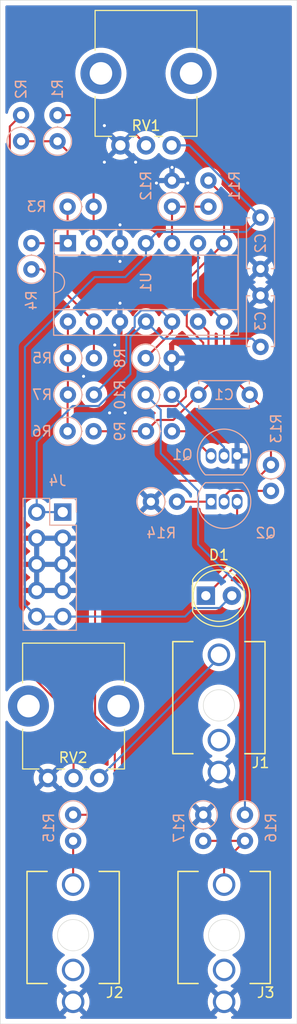
<source format=kicad_pcb>
(kicad_pcb (version 20240108) (generator "pcbnew") (generator_version "8.0")
  (layers (0 "F.Cu" signal) (31 "B.Cu" signal) (36 "B.SilkS" user "B.Silkscreen") (37 "F.SilkS" user "F.Silkscreen") (38 "B.Mask" user) (39 "F.Mask" user) (44 "Edge.Cuts" user))
  (net 0 "")
  (net 1 "LED")
  (net 2 "+12V")
  (net 3 "GND")
  (net 4 "-12V")
  (net 5 "Net-(D1-K)")
  (net 6 "Net-(J1-Pad3)")
  (net 8 "TRI_OUT")
  (net 11 "SQR_OUT")
  (net 12 "Net-(Q1-C)")
  (net 13 "Net-(Q1-B)")
  (net 14 "Net-(Q2-E)")
  (net 15 "Net-(Q2-B)")
  (net 16 "Net-(U1A--)")
  (net 17 "Net-(U1C-+)")
  (net 18 "Net-(R10-Pad1)")
  (net 19 "Net-(R5-Pad1)")
  (net 20 "Net-(R1-Pad2)")
  (net 21 "Net-(U1C--)")
  (net 22 "Net-(U1D--)")
  (net 23 "Net-(U1B-+)")
  (net 24 "Net-(R3-Pad1)")
  (net 25 "Net-(R2-Pad2)")
  (footprint "LED_THT:LED_D5.0mm" (layer "F.Cu") (at 121.661 93.472)
    (property "Reference" "D1" (at 1.27 -3.96 0) (layer "F.SilkS"))
    (property "Value" "LED" (hide yes))
    (fp_line (start -1.29 -1.545) (end -1.29 1.545) (stroke (width 0.12)) (layer "F.SilkS"))
    (fp_arc (start -1.29 -1.54483) (mid 2.071756 -2.880501) (end 4.26 -0.000048) (stroke (width 0.12)) (layer "F.SilkS"))
    (fp_arc (start 4.26 0.000048) (mid 2.071756 2.880501) (end -1.29 1.54483) (stroke (width 0.12)) (layer "F.SilkS"))
    (fp_circle (center 1.27 0) (end 3.77 0) (stroke (width 0.12)) (fill none) (layer "F.SilkS"))
    (pad "1" thru_hole rect (at 0 0) (size 1.8 1.8) (drill 0.9) (layers "*.Cu" "*.Mask") (net 5 "Net-(D1-K)"))
    (pad "2" thru_hole circle (at 2.54 0) (size 1.8 1.8) (drill 0.9) (layers "*.Cu" "*.Mask") (net 2 "+12V"))
  )
  (footprint "Potentiometer_THT:Potentiometer_Bourns_PTV09A-1_Single_Vertical" (layer "F.Cu") (at 118.324 49.672 90)
    (property "Reference" "RV1" (at 1.92 -2.5 180) (layer "F.SilkS"))
    (property "Value" "Speed")
    (fp_line (start 13.12 -7.47) (end 13.12 2.47) (stroke (width 0.12)) (layer "F.SilkS"))
    (fp_line (start 9.255 -7.47) (end 13.12 -7.47) (stroke (width 0.12)) (layer "F.SilkS"))
    (fp_line (start 0.88 -7.47) (end 4.745 -7.47) (stroke (width 0.12)) (layer "F.SilkS"))
    (fp_line (start 0.88 -7.47) (end 0.88 -5.871) (stroke (width 0.12)) (layer "F.SilkS"))
    (fp_line (start 0.88 -4.129) (end 0.88 -3.37) (stroke (width 0.12)) (layer "F.SilkS"))
    (fp_line (start 0.88 -1.629) (end 0.88 -0.87) (stroke (width 0.12)) (layer "F.SilkS"))
    (fp_line (start 0.88 0.87) (end 0.88 2.47) (stroke (width 0.12)) (layer "F.SilkS"))
    (fp_line (start 9.255 2.47) (end 13.12 2.47) (stroke (width 0.12)) (layer "F.SilkS"))
    (fp_line (start 0.88 2.47) (end 4.745 2.47) (stroke (width 0.12)) (layer "F.SilkS"))
    (pad "" np_thru_hole circle (at 7 -6.9 90) (size 4 4) (drill 2.2) (layers "*.Cu" "*.Mask"))
    (pad "" np_thru_hole circle (at 7 1.9 90) (size 4 4) (drill 2.2) (layers "*.Cu" "*.Mask"))
    (pad "1" thru_hole circle (at 0 0 90) (size 1.8 1.8) (drill 1) (layers "*.Cu" "*.Mask") (net 2 "+12V"))
    (pad "2" thru_hole circle (at 0 -2.5 90) (size 1.8 1.8) (drill 1) (layers "*.Cu" "*.Mask") (net 20 "Net-(R1-Pad2)"))
    (pad "3" thru_hole circle (at 0 -5 90) (size 1.8 1.8) (drill 1) (layers "*.Cu" "*.Mask") (net 3 "GND"))
  )
  (footprint "Eurocad:PJ301M-12" (layer "F.Cu") (at 122.936 104.14)
    (property "Reference" "J1" (at 4.064 5.588 0) (layer "F.SilkS"))
    (property "Value" "Speed" (hide yes))
    (fp_line (start -4.5 -6.2) (end -4.5 4.7) (stroke (width 0.15)) (layer "F.SilkS"))
    (fp_line (start -4.5 -6.2) (end -2.54 -6.2) (stroke (width 0.15)) (layer "F.SilkS"))
    (fp_line (start -4.5 4.7) (end -2.54 4.7) (stroke (width 0.15)) (layer "F.SilkS"))
    (fp_line (start 2.54 -6.2) (end 4.5 -6.2) (stroke (width 0.15)) (layer "F.SilkS"))
    (fp_line (start 2.54 4.7) (end 4.5 4.7) (stroke (width 0.15)) (layer "F.SilkS"))
    (fp_line (start 4.5 -6.2) (end 4.5 4.7) (stroke (width 0.15)) (layer "F.SilkS"))
    (pad "1" thru_hole circle (at 0 6.48) (size 2.2 2.2) (drill 1.6) (layers "*.Cu" "*.Mask") (net 3 "GND"))
    (pad "2" thru_hole circle (at 0 3.38) (size 2.2 2.2) (drill 1.6) (layers "*.Cu" "*.Mask"))
    (pad "3" thru_hole circle (at 0 -4.92) (size 2.2 2.2) (drill 1.6) (layers "*.Cu" "*.Mask") (net 6 "Net-(J1-Pad3)"))
  )
  (footprint "Potentiometer_THT:Potentiometer_Bourns_PTV09A-1_Single_Vertical" (layer "F.Cu") (at 111.252 111.206 90)
    (property "Reference" "RV2" (at 1.986 -2.54 180) (layer "F.SilkS"))
    (property "Value" "CV Amount" (hide yes))
    (fp_line (start 13.12 -7.47) (end 13.12 2.47) (stroke (width 0.12)) (layer "F.SilkS"))
    (fp_line (start 9.255 -7.47) (end 13.12 -7.47) (stroke (width 0.12)) (layer "F.SilkS"))
    (fp_line (start 0.88 -7.47) (end 4.745 -7.47) (stroke (width 0.12)) (layer "F.SilkS"))
    (fp_line (start 0.88 -7.47) (end 0.88 -5.871) (stroke (width 0.12)) (layer "F.SilkS"))
    (fp_line (start 0.88 -4.129) (end 0.88 -3.37) (stroke (width 0.12)) (layer "F.SilkS"))
    (fp_line (start 0.88 -1.629) (end 0.88 -0.87) (stroke (width 0.12)) (layer "F.SilkS"))
    (fp_line (start 0.88 0.87) (end 0.88 2.47) (stroke (width 0.12)) (layer "F.SilkS"))
    (fp_line (start 9.255 2.47) (end 13.12 2.47) (stroke (width 0.12)) (layer "F.SilkS"))
    (fp_line (start 0.88 2.47) (end 4.745 2.47) (stroke (width 0.12)) (layer "F.SilkS"))
    (pad "" np_thru_hole circle (at 7 -6.9 90) (size 4 4) (drill 2.2) (layers "*.Cu" "*.Mask"))
    (pad "" np_thru_hole circle (at 7 1.9 90) (size 4 4) (drill 2.2) (layers "*.Cu" "*.Mask"))
    (pad "1" thru_hole circle (at 0 0 90) (size 1.8 1.8) (drill 1) (layers "*.Cu" "*.Mask") (net 6 "Net-(J1-Pad3)"))
    (pad "2" thru_hole circle (at 0 -2.5 90) (size 1.8 1.8) (drill 1) (layers "*.Cu" "*.Mask") (net 25 "Net-(R2-Pad2)"))
    (pad "3" thru_hole circle (at 0 -5 90) (size 1.8 1.8) (drill 1) (layers "*.Cu" "*.Mask") (net 3 "GND"))
  )
  (footprint "Eurocad:PJ301M-12" (layer "F.Cu") (at 108.712 126.492)
    (property "Reference" "J2" (at 4.064 5.588 0) (layer "F.SilkS"))
    (property "Value" "TRI OUT")
    (fp_line (start -4.5 -6.2) (end -4.5 4.7) (stroke (width 0.15)) (layer "F.SilkS"))
    (fp_line (start -4.5 -6.2) (end -2.54 -6.2) (stroke (width 0.15)) (layer "F.SilkS"))
    (fp_line (start -4.5 4.7) (end -2.54 4.7) (stroke (width 0.15)) (layer "F.SilkS"))
    (fp_line (start 2.54 -6.2) (end 4.5 -6.2) (stroke (width 0.15)) (layer "F.SilkS"))
    (fp_line (start 2.54 4.7) (end 4.5 4.7) (stroke (width 0.15)) (layer "F.SilkS"))
    (fp_line (start 4.5 -6.2) (end 4.5 4.7) (stroke (width 0.15)) (layer "F.SilkS"))
    (pad "1" thru_hole circle (at 0 6.48) (size 2.2 2.2) (drill 1.6) (layers "*.Cu" "*.Mask") (net 3 "GND"))
    (pad "2" thru_hole circle (at 0 3.38) (size 2.2 2.2) (drill 1.6) (layers "*.Cu" "*.Mask"))
    (pad "3" thru_hole circle (at 0 -4.92) (size 2.2 2.2) (drill 1.6) (layers "*.Cu" "*.Mask") (net 8 "TRI_OUT"))
  )
  (footprint "Eurocad:PJ301M-12" (layer "F.Cu") (at 123.444 126.492)
    (property "Reference" "J3" (at 4.064 5.588 0) (layer "F.SilkS"))
    (property "Value" "SQR OUT")
    (fp_line (start -4.5 -6.2) (end -4.5 4.7) (stroke (width 0.15)) (layer "F.SilkS"))
    (fp_line (start -4.5 -6.2) (end -2.54 -6.2) (stroke (width 0.15)) (layer "F.SilkS"))
    (fp_line (start -4.5 4.7) (end -2.54 4.7) (stroke (width 0.15)) (layer "F.SilkS"))
    (fp_line (start 2.54 -6.2) (end 4.5 -6.2) (stroke (width 0.15)) (layer "F.SilkS"))
    (fp_line (start 2.54 4.7) (end 4.5 4.7) (stroke (width 0.15)) (layer "F.SilkS"))
    (fp_line (start 4.5 -6.2) (end 4.5 4.7) (stroke (width 0.15)) (layer "F.SilkS"))
    (pad "1" thru_hole circle (at 0 6.48) (size 2.2 2.2) (drill 1.6) (layers "*.Cu" "*.Mask") (net 3 "GND"))
    (pad "2" thru_hole circle (at 0 3.38) (size 2.2 2.2) (drill 1.6) (layers "*.Cu" "*.Mask"))
    (pad "3" thru_hole circle (at 0 -4.92) (size 2.2 2.2) (drill 1.6) (layers "*.Cu" "*.Mask") (net 11 "SQR_OUT"))
  )
  (footprint "Capacitor_THT:C_Disc_D4.7mm_W2.5mm_P5.00mm" (layer "B.Cu") (at 126.995 64.272 -90)
    (property "Reference" "C3" (at 2.5 0 90) (layer "B.SilkS") (effects (justify mirror)))
    (property "Value" "100n" (hide yes))
    (fp_line (start 4.97 1.37) (end 0.03 1.37) (stroke (width 0.12)) (layer "B.SilkS"))
    (fp_line (start 0.03 1.055) (end 0.03 1.37) (stroke (width 0.12)) (layer "B.SilkS"))
    (fp_line (start 4.97 1.055) (end 4.97 1.37) (stroke (width 0.12)) (layer "B.SilkS"))
    (fp_line (start 0.03 -1.37) (end 0.03 -1.055) (stroke (width 0.12)) (layer "B.SilkS"))
    (fp_line (start 4.97 -1.37) (end 4.97 -1.055) (stroke (width 0.12)) (layer "B.SilkS"))
    (fp_line (start 4.97 -1.37) (end 0.03 -1.37) (stroke (width 0.12)) (layer "B.SilkS"))
    (pad "1" thru_hole circle (at 0 0 270) (size 1.6 1.6) (drill 0.8) (layers "*.Cu" "*.Mask") (net 3 "GND"))
    (pad "2" thru_hole circle (at 5 0 270) (size 1.6 1.6) (drill 0.8) (layers "*.Cu" "*.Mask") (net 4 "-12V"))
  )
  (footprint "Resistor_THT:R_Axial_DIN0207_L6.3mm_D2.5mm_P2.54mm_Vertical" (layer "B.Cu") (at 118.359 55.636 90)
    (property "Reference" "R12" (at 2.032 -2.54 90) (layer "B.SilkS") (effects (justify mirror)))
    (property "Value" "47K" (hide yes))
    (fp_line (start 1.44 0) (end 1.37 0) (stroke (width 0.12)) (layer "B.SilkS"))
    (fp_circle (center 0 0) (end 1.37 0) (stroke (width 0.12)) (fill none) (layer "B.SilkS"))
    (pad "1" thru_hole circle (at 0 0 90) (size 1.6 1.6) (drill 0.8) (layers "*.Cu" "*.Mask") (net 23 "Net-(U1B-+)"))
    (pad "2" thru_hole oval (at 2.54 0 90) (size 1.6 1.6) (drill 0.8) (layers "*.Cu" "*.Mask") (net 3 "GND"))
  )
  (footprint "Resistor_THT:R_Axial_DIN0207_L6.3mm_D2.5mm_P2.54mm_Vertical" (layer "B.Cu") (at 128.016 80.743 -90)
    (property "Reference" "R13" (at -3.527 -0.508 90) (layer "B.SilkS") (effects (justify mirror)))
    (property "Value" "10K" (hide yes))
    (fp_line (start 1.44 0) (end 1.37 0) (stroke (width 0.12)) (layer "B.SilkS"))
    (fp_circle (center 0 0) (end 1.37 0) (stroke (width 0.12)) (fill none) (layer "B.SilkS"))
    (pad "1" thru_hole circle (at 0 0 270) (size 1.6 1.6) (drill 0.8) (layers "*.Cu" "*.Mask") (net 1 "LED"))
    (pad "2" thru_hole oval (at 2.54 0 270) (size 1.6 1.6) (drill 0.8) (layers "*.Cu" "*.Mask") (net 15 "Net-(Q2-B)"))
  )
  (footprint "Package_TO_SOT_THT:TO-92_Inline" (layer "B.Cu") (at 124.709 79.872 180)
    (property "Reference" "Q1" (at 5.329 0.116 0) (layer "B.SilkS") (effects (justify mirror)))
    (property "Value" "2N3904" (hide yes))
    (fp_line (start 3.07 -1.85) (end -0.53 -1.85) (stroke (width 0.12)) (layer "B.SilkS"))
    (fp_arc (start 3.108478 -1.838478) (mid 3.672087 0.994977) (end 1.27 2.6) (stroke (width 0.12)) (layer "B.SilkS"))
    (fp_arc (start 1.27 2.6) (mid -1.132087 0.994977) (end -0.568478 -1.838478) (stroke (width 0.12)) (layer "B.SilkS"))
    (pad "1" thru_hole rect (at 0 0 180) (size 1.05 1.5) (drill 0.75) (layers "*.Cu" "*.Mask") (net 3 "GND"))
    (pad "2" thru_hole oval (at 1.27 0 180) (size 1.05 1.5) (drill 0.75) (layers "*.Cu" "*.Mask") (net 13 "Net-(Q1-B)"))
    (pad "3" thru_hole oval (at 2.54 0 180) (size 1.05 1.5) (drill 0.75) (layers "*.Cu" "*.Mask") (net 12 "Net-(Q1-C)"))
  )
  (footprint "Resistor_THT:R_Axial_DIN0207_L6.3mm_D2.5mm_P2.54mm_Vertical" (layer "B.Cu") (at 125.476 114.779 -90)
    (property "Reference" "R16" (at 1.27 -2.54 90) (layer "B.SilkS") (effects (justify mirror)))
    (property "Value" "100K" (hide yes))
    (fp_line (start 1.44 0) (end 1.37 0) (stroke (width 0.12)) (layer "B.SilkS"))
    (fp_circle (center 0 0) (end 1.37 0) (stroke (width 0.12)) (fill none) (layer "B.SilkS"))
    (pad "1" thru_hole circle (at 0 0 270) (size 1.6 1.6) (drill 0.8) (layers "*.Cu" "*.Mask") (net 18 "Net-(R10-Pad1)"))
    (pad "2" thru_hole oval (at 2.54 0 270) (size 1.6 1.6) (drill 0.8) (layers "*.Cu" "*.Mask") (net 11 "SQR_OUT"))
  )
  (footprint "Resistor_THT:R_Axial_DIN0207_L6.3mm_D2.5mm_P2.54mm_Vertical" (layer "B.Cu") (at 115.79 73.924)
    (property "Reference" "R10" (at -2.511 0 90) (layer "B.SilkS") (effects (justify mirror)))
    (property "Value" "10K" (hide yes))
    (fp_line (start 1.44 0) (end 1.37 0) (stroke (width 0.12)) (layer "B.SilkS"))
    (fp_circle (center 0 0) (end 1.37 0) (stroke (width 0.12)) (fill none) (layer "B.SilkS"))
    (pad "1" thru_hole circle (at 0 0) (size 1.6 1.6) (drill 0.8) (layers "*.Cu" "*.Mask") (net 18 "Net-(R10-Pad1)"))
    (pad "2" thru_hole oval (at 2.54 0) (size 1.6 1.6) (drill 0.8) (layers "*.Cu" "*.Mask") (net 13 "Net-(Q1-B)"))
  )
  (footprint "Capacitor_THT:C_Disc_D4.7mm_W2.5mm_P5.00mm" (layer "B.Cu") (at 120.939 73.924)
    (property "Reference" "C1" (at 2.5 0 0) (layer "B.SilkS") (effects (justify mirror)))
    (property "Value" "100n" (hide yes))
    (fp_line (start 0.03 -1.37) (end 0.03 -1.055) (stroke (width 0.12)) (layer "B.SilkS"))
    (fp_line (start 0.03 1.055) (end 0.03 1.37) (stroke (width 0.12)) (layer "B.SilkS"))
    (fp_line (start 4.97 -1.37) (end 0.03 -1.37) (stroke (width 0.12)) (layer "B.SilkS"))
    (fp_line (start 4.97 -1.37) (end 4.97 -1.055) (stroke (width 0.12)) (layer "B.SilkS"))
    (fp_line (start 4.97 1.055) (end 4.97 1.37) (stroke (width 0.12)) (layer "B.SilkS"))
    (fp_line (start 4.97 1.37) (end 0.03 1.37) (stroke (width 0.12)) (layer "B.SilkS"))
    (pad "1" thru_hole circle (at 0 0) (size 1.6 1.6) (drill 0.8) (layers "*.Cu" "*.Mask") (net 21 "Net-(U1C--)"))
    (pad "2" thru_hole circle (at 5 0) (size 1.6 1.6) (drill 0.8) (layers "*.Cu" "*.Mask") (net 1 "LED"))
  )
  (footprint "Connector_PinHeader_2.54mm:PinHeader_2x05_P2.54mm_Vertical" (layer "B.Cu") (at 107.696 85.344 180)
    (property "Reference" "J4" (at 0.508 3.048 0) (layer "B.SilkS") (effects (justify mirror)))
    (property "Value" "EURO_POWER" (hide yes))
    (fp_line (start 3.87 1.33) (end 1.27 1.33) (stroke (width 0.12)) (layer "B.SilkS"))
    (fp_line (start 3.87 -11.49) (end 3.87 1.33) (stroke (width 0.12)) (layer "B.SilkS"))
    (fp_line (start 3.87 -11.49) (end -1.33 -11.49) (stroke (width 0.12)) (layer "B.SilkS"))
    (fp_line (start 1.27 1.33) (end 1.27 -1.27) (stroke (width 0.12)) (layer "B.SilkS"))
    (fp_line (start 1.27 -1.27) (end -1.33 -1.27) (stroke (width 0.12)) (layer "B.SilkS"))
    (fp_line (start 0 1.33) (end -1.33 1.33) (stroke (width 0.12)) (layer "B.SilkS"))
    (fp_line (start -1.33 1.33) (end -1.33 0) (stroke (width 0.12)) (layer "B.SilkS"))
    (fp_line (start -1.33 -11.49) (end -1.33 -1.27) (stroke (width 0.12)) (layer "B.SilkS"))
    (pad "1" thru_hole rect (at 0 0 180) (size 1.7 1.7) (drill 1) (layers "*.Cu" "*.Mask") (net 4 "-12V"))
    (pad "2" thru_hole oval (at 2.54 0 180) (size 1.7 1.7) (drill 1) (layers "*.Cu" "*.Mask") (net 4 "-12V"))
    (pad "3" thru_hole oval (at 0 -2.54 180) (size 1.7 1.7) (drill 1) (layers "*.Cu" "*.Mask") (net 3 "GND"))
    (pad "4" thru_hole oval (at 2.54 -2.54 180) (size 1.7 1.7) (drill 1) (layers "*.Cu" "*.Mask") (net 3 "GND"))
    (pad "5" thru_hole oval (at 0 -5.08 180) (size 1.7 1.7) (drill 1) (layers "*.Cu" "*.Mask") (net 3 "GND"))
    (pad "6" thru_hole oval (at 2.54 -5.08 180) (size 1.7 1.7) (drill 1) (layers "*.Cu" "*.Mask") (net 3 "GND"))
    (pad "7" thru_hole oval (at 0 -7.62 180) (size 1.7 1.7) (drill 1) (layers "*.Cu" "*.Mask") (net 3 "GND"))
    (pad "8" thru_hole oval (at 2.54 -7.62 180) (size 1.7 1.7) (drill 1) (layers "*.Cu" "*.Mask") (net 3 "GND"))
    (pad "9" thru_hole oval (at 0 -10.16 180) (size 1.7 1.7) (drill 1) (layers "*.Cu" "*.Mask") (net 2 "+12V"))
    (pad "10" thru_hole oval (at 2.54 -10.16 180) (size 1.7 1.7) (drill 1) (layers "*.Cu" "*.Mask") (net 2 "+12V"))
  )
  (footprint "Resistor_THT:R_Axial_DIN0207_L6.3mm_D2.5mm_P2.54mm_Vertical" (layer "B.Cu") (at 115.819 77.48)
    (property "Reference" "R9" (at -2.54 0 90) (layer "B.SilkS") (effects (justify mirror)))
    (property "Value" "47K" (hide yes))
    (fp_line (start 1.44 0) (end 1.37 0) (stroke (width 0.12)) (layer "B.SilkS"))
    (fp_circle (center 0 0) (end 1.37 0) (stroke (width 0.12)) (fill none) (layer "B.SilkS"))
    (pad "1" thru_hole circle (at 0 0) (size 1.6 1.6) (drill 0.8) (layers "*.Cu" "*.Mask") (net 21 "Net-(U1C--)"))
    (pad "2" thru_hole oval (at 2.54 0) (size 1.6 1.6) (drill 0.8) (layers "*.Cu" "*.Mask") (net 12 "Net-(Q1-C)"))
  )
  (footprint "Resistor_THT:R_Axial_DIN0207_L6.3mm_D2.5mm_P2.54mm_Vertical" (layer "B.Cu") (at 121.915 55.636 90)
    (property "Reference" "R11" (at 2.032 2.54 90) (layer "B.SilkS") (effects (justify mirror)))
    (property "Value" "47K" (hide yes))
    (fp_line (start 1.44 0) (end 1.37 0) (stroke (width 0.12)) (layer "B.SilkS"))
    (fp_circle (center 0 0) (end 1.37 0) (stroke (width 0.12)) (fill none) (layer "B.SilkS"))
    (pad "1" thru_hole circle (at 0 0 90) (size 1.6 1.6) (drill 0.8) (layers "*.Cu" "*.Mask") (net 23 "Net-(U1B-+)"))
    (pad "2" thru_hole oval (at 2.54 0 90) (size 1.6 1.6) (drill 0.8) (layers "*.Cu" "*.Mask") (net 18 "Net-(R10-Pad1)"))
  )
  (footprint "Capacitor_THT:C_Disc_D4.7mm_W2.5mm_P5.00mm" (layer "B.Cu") (at 126.995 56.692 -90)
    (property "Reference" "C2" (at 2.5 0 90) (layer "B.SilkS") (effects (justify mirror)))
    (property "Value" "100n" (hide yes))
    (fp_line (start 4.97 1.37) (end 0.03 1.37) (stroke (width 0.12)) (layer "B.SilkS"))
    (fp_line (start 0.03 1.055) (end 0.03 1.37) (stroke (width 0.12)) (layer "B.SilkS"))
    (fp_line (start 4.97 1.055) (end 4.97 1.37) (stroke (width 0.12)) (layer "B.SilkS"))
    (fp_line (start 0.03 -1.37) (end 0.03 -1.055) (stroke (width 0.12)) (layer "B.SilkS"))
    (fp_line (start 4.97 -1.37) (end 4.97 -1.055) (stroke (width 0.12)) (layer "B.SilkS"))
    (fp_line (start 4.97 -1.37) (end 0.03 -1.37) (stroke (width 0.12)) (layer "B.SilkS"))
    (pad "1" thru_hole circle (at 0 0 270) (size 1.6 1.6) (drill 0.8) (layers "*.Cu" "*.Mask") (net 2 "+12V"))
    (pad "2" thru_hole circle (at 5 0 270) (size 1.6 1.6) (drill 0.8) (layers "*.Cu" "*.Mask") (net 3 "GND"))
  )
  (footprint "Resistor_THT:R_Axial_DIN0207_L6.3mm_D2.5mm_P2.54mm_Vertical" (layer "B.Cu") (at 108.199 73.924)
    (property "Reference" "R7" (at -2.511 0 0) (layer "B.SilkS") (effects (justify mirror)))
    (property "Value" "47K" (hide yes))
    (fp_line (start 1.44 0) (end 1.37 0) (stroke (width 0.12)) (layer "B.SilkS"))
    (fp_circle (center 0 0) (end 1.37 0) (stroke (width 0.12)) (fill none) (layer "B.SilkS"))
    (pad "1" thru_hole circle (at 0 0) (size 1.6 1.6) (drill 0.8) (layers "*.Cu" "*.Mask") (net 19 "Net-(R5-Pad1)"))
    (pad "2" thru_hole oval (at 2.54 0) (size 1.6 1.6) (drill 0.8) (layers "*.Cu" "*.Mask") (net 17 "Net-(U1C-+)"))
  )
  (footprint "Resistor_THT:R_Axial_DIN0207_L6.3mm_D2.5mm_P2.54mm_Vertical" (layer "B.Cu") (at 108.17 55.636)
    (property "Reference" "R3" (at -3.019 0 0) (layer "B.SilkS") (effects (justify mirror)))
    (property "Value" "100K" (hide yes))
    (fp_line (start 1.44 0) (end 1.37 0) (stroke (width 0.12)) (layer "B.SilkS"))
    (fp_circle (center 0 0) (end 1.37 0) (stroke (width 0.12)) (fill none) (layer "B.SilkS"))
    (pad "1" thru_hole circle (at 0 0) (size 1.6 1.6) (drill 0.8) (layers "*.Cu" "*.Mask") (net 24 "Net-(R3-Pad1)"))
    (pad "2" thru_hole oval (at 2.54 0) (size 1.6 1.6) (drill 0.8) (layers "*.Cu" "*.Mask") (net 16 "Net-(U1A--)"))
  )
  (footprint "Resistor_THT:R_Axial_DIN0207_L6.3mm_D2.5mm_P2.54mm_Vertical" (layer "B.Cu") (at 108.17 77.48)
    (property "Reference" "R6" (at -2.511 0 0) (layer "B.SilkS") (effects (justify mirror)))
    (property "Value" "100K" (hide yes))
    (fp_line (start 1.44 0) (end 1.37 0) (stroke (width 0.12)) (layer "B.SilkS"))
    (fp_circle (center 0 0) (end 1.37 0) (stroke (width 0.12)) (fill none) (layer "B.SilkS"))
    (pad "1" thru_hole circle (at 0 0) (size 1.6 1.6) (drill 0.8) (layers "*.Cu" "*.Mask") (net 19 "Net-(R5-Pad1)"))
    (pad "2" thru_hole oval (at 2.54 0) (size 1.6 1.6) (drill 0.8) (layers "*.Cu" "*.Mask") (net 21 "Net-(U1C--)"))
  )
  (footprint "Resistor_THT:R_Axial_DIN0207_L6.3mm_D2.5mm_P2.54mm_Vertical" (layer "B.Cu") (at 108.199 70.368)
    (property "Reference" "R5" (at -2.511 0 0) (layer "B.SilkS") (effects (justify mirror)))
    (property "Value" "100K" (hide yes))
    (fp_line (start 1.44 0) (end 1.37 0) (stroke (width 0.12)) (layer "B.SilkS"))
    (fp_circle (center 0 0) (end 1.37 0) (stroke (width 0.12)) (fill none) (layer "B.SilkS"))
    (pad "1" thru_hole circle (at 0 0) (size 1.6 1.6) (drill 0.8) (layers "*.Cu" "*.Mask") (net 19 "Net-(R5-Pad1)"))
    (pad "2" thru_hole oval (at 2.54 0) (size 1.6 1.6) (drill 0.8) (layers "*.Cu" "*.Mask") (net 22 "Net-(U1D--)"))
  )
  (footprint "Resistor_THT:R_Axial_DIN0207_L6.3mm_D2.5mm_P2.54mm_Vertical" (layer "B.Cu") (at 108.712 114.779 -90)
    (property "Reference" "R15" (at 1.27 2.37 90) (layer "B.SilkS") (effects (justify mirror)))
    (property "Value" "1K" (hide yes))
    (fp_line (start 1.44 0) (end 1.37 0) (stroke (width 0.12)) (layer "B.SilkS"))
    (fp_circle (center 0 0) (end 1.37 0) (stroke (width 0.12)) (fill none) (layer "B.SilkS"))
    (pad "1" thru_hole circle (at 0 0 270) (size 1.6 1.6) (drill 0.8) (layers "*.Cu" "*.Mask") (net 1 "LED"))
    (pad "2" thru_hole oval (at 2.54 0 270) (size 1.6 1.6) (drill 0.8) (layers "*.Cu" "*.Mask") (net 8 "TRI_OUT"))
  )
  (footprint "Resistor_THT:R_Axial_DIN0207_L6.3mm_D2.5mm_P2.54mm_Vertical" (layer "B.Cu") (at 116.303 84.328)
    (property "Reference" "R14" (at 1.016 3.048 0) (layer "B.SilkS") (effects (justify mirror)))
    (property "Value" "1K" (hide yes))
    (fp_line (start 1.44 0) (end 1.37 0) (stroke (width 0.12)) (layer "B.SilkS"))
    (fp_circle (center 0 0) (end 1.37 0) (stroke (width 0.12)) (fill none) (layer "B.SilkS"))
    (pad "1" thru_hole circle (at 0 0) (size 1.6 1.6) (drill 0.8) (layers "*.Cu" "*.Mask") (net 3 "GND"))
    (pad "2" thru_hole oval (at 2.54 0) (size 1.6 1.6) (drill 0.8) (layers "*.Cu" "*.Mask") (net 14 "Net-(Q2-E)"))
  )
  (footprint "Resistor_THT:R_Axial_DIN0207_L6.3mm_D2.5mm_P2.54mm_Vertical" (layer "B.Cu") (at 121.412 114.779 -90)
    (property "Reference" "R17" (at 1.27 2.37 90) (layer "B.SilkS") (effects (justify mirror)))
    (property "Value" "100K" (hide yes))
    (fp_line (start 1.44 0) (end 1.37 0) (stroke (width 0.12)) (layer "B.SilkS"))
    (fp_circle (center 0 0) (end 1.37 0) (stroke (width 0.12)) (fill none) (layer "B.SilkS"))
    (pad "1" thru_hole circle (at 0 0 270) (size 1.6 1.6) (drill 0.8) (layers "*.Cu" "*.Mask") (net 3 "GND"))
    (pad "2" thru_hole oval (at 2.54 0 270) (size 1.6 1.6) (drill 0.8) (layers "*.Cu" "*.Mask") (net 11 "SQR_OUT"))
  )
  (footprint "Resistor_THT:R_Axial_DIN0207_L6.3mm_D2.5mm_P2.54mm_Vertical" (layer "B.Cu") (at 107.188 49.276 90)
    (property "Reference" "R1" (at 5.08 0 90) (layer "B.SilkS") (effects (justify mirror)))
    (property "Value" "100K" (hide yes))
    (fp_line (start 1.44 0) (end 1.37 0) (stroke (width 0.12)) (layer "B.SilkS"))
    (fp_circle (center 0 0) (end 1.37 0) (stroke (width 0.12)) (fill none) (layer "B.SilkS"))
    (pad "1" thru_hole circle (at 0 0 90) (size 1.6 1.6) (drill 0.8) (layers "*.Cu" "*.Mask") (net 16 "Net-(U1A--)"))
    (pad "2" thru_hole oval (at 2.54 0 90) (size 1.6 1.6) (drill 0.8) (layers "*.Cu" "*.Mask") (net 20 "Net-(R1-Pad2)"))
  )
  (footprint "Resistor_THT:R_Axial_DIN0207_L6.3mm_D2.5mm_P2.54mm_Vertical" (layer "B.Cu") (at 103.632 49.276 90)
    (property "Reference" "R2" (at 5.08 0 90) (layer "B.SilkS") (effects (justify mirror)))
    (property "Value" "100K" (hide yes))
    (fp_line (start 1.44 0) (end 1.37 0) (stroke (width 0.12)) (layer "B.SilkS"))
    (fp_circle (center 0 0) (end 1.37 0) (stroke (width 0.12)) (fill none) (layer "B.SilkS"))
    (pad "1" thru_hole circle (at 0 0 90) (size 1.6 1.6) (drill 0.8) (layers "*.Cu" "*.Mask") (net 16 "Net-(U1A--)"))
    (pad "2" thru_hole oval (at 2.54 0 90) (size 1.6 1.6) (drill 0.8) (layers "*.Cu" "*.Mask") (net 25 "Net-(R2-Pad2)"))
  )
  (footprint "Package_DIP:DIP-14_W7.62mm_Socket" (layer "B.Cu") (at 108.199 59.192 -90)
    (property "Reference" "U1" (at 3.81 -7.62 90) (layer "B.SilkS") (effects (justify mirror)))
    (property "Value" "TL084" (hide yes))
    (fp_line (start -1.33 1.39) (end 8.95 1.39) (stroke (width 0.12)) (layer "B.SilkS"))
    (fp_line (start 8.95 1.39) (end 8.95 -16.63) (stroke (width 0.12)) (layer "B.SilkS"))
    (fp_line (start 1.16 1.33) (end 2.81 1.33) (stroke (width 0.12)) (layer "B.SilkS"))
    (fp_line (start 4.81 1.33) (end 6.46 1.33) (stroke (width 0.12)) (layer "B.SilkS"))
    (fp_line (start 6.46 1.33) (end 6.46 -16.57) (stroke (width 0.12)) (layer "B.SilkS"))
    (fp_line (start 1.16 -16.57) (end 1.16 1.33) (stroke (width 0.12)) (layer "B.SilkS"))
    (fp_line (start 6.46 -16.57) (end 1.16 -16.57) (stroke (width 0.12)) (layer "B.SilkS"))
    (fp_line (start -1.33 -16.63) (end -1.33 1.39) (stroke (width 0.12)) (layer "B.SilkS"))
    (fp_line (start 8.95 -16.63) (end -1.33 -16.63) (stroke (width 0.12)) (layer "B.SilkS"))
    (fp_arc (start 2.81 1.33) (mid 3.81 0.33) (end 4.81 1.33) (stroke (width 0.12)) (layer "B.SilkS"))
    (pad "1" thru_hole rect (at 0 0 270) (size 1.6 1.6) (drill 0.8) (layers "*.Cu" "*.Mask") (net 24 "Net-(R3-Pad1)"))
    (pad "2" thru_hole oval (at 0 -2.54 270) (size 1.6 1.6) (drill 0.8) (layers "*.Cu" "*.Mask") (net 16 "Net-(U1A--)"))
    (pad "3" thru_hole oval (at 0 -5.08 270) (size 1.6 1.6) (drill 0.8) (layers "*.Cu" "*.Mask") (net 3 "GND"))
    (pad "4" thru_hole oval (at 0 -7.62 270) (size 1.6 1.6) (drill 0.8) (layers "*.Cu" "*.Mask") (net 2 "+12V"))
    (pad "5" thru_hole oval (at 0 -10.16 270) (size 1.6 1.6) (drill 0.8) (layers "*.Cu" "*.Mask") (net 23 "Net-(U1B-+)"))
    (pad "6" thru_hole oval (at 0 -12.7 270) (size 1.6 1.6) (drill 0.8) (layers "*.Cu" "*.Mask") (net 1 "LED"))
    (pad "7" thru_hole oval (at 0 -15.24 270) (size 1.6 1.6) (drill 0.8) (layers "*.Cu" "*.Mask") (net 18 "Net-(R10-Pad1)"))
    (pad "8" thru_hole oval (at 7.62 -15.24 270) (size 1.6 1.6) (drill 0.8) (layers "*.Cu" "*.Mask") (net 1 "LED"))
    (pad "9" thru_hole oval (at 7.62 -12.7 270) (size 1.6 1.6) (drill 0.8) (layers "*.Cu" "*.Mask") (net 21 "Net-(U1C--)"))
    (pad "10" thru_hole oval (at 7.62 -10.16 270) (size 1.6 1.6) (drill 0.8) (layers "*.Cu" "*.Mask") (net 17 "Net-(U1C-+)"))
    (pad "11" thru_hole oval (at 7.62 -7.62 270) (size 1.6 1.6) (drill 0.8) (layers "*.Cu" "*.Mask") (net 4 "-12V"))
    (pad "12" thru_hole oval (at 7.62 -5.08 270) (size 1.6 1.6) (drill 0.8) (layers "*.Cu" "*.Mask") (net 3 "GND"))
    (pad "13" thru_hole oval (at 7.62 -2.54 270) (size 1.6 1.6) (drill 0.8) (layers "*.Cu" "*.Mask") (net 22 "Net-(U1D--)"))
    (pad "14" thru_hole oval (at 7.62 0 270) (size 1.6 1.6) (drill 0.8) (layers "*.Cu" "*.Mask") (net 19 "Net-(R5-Pad1)"))
  )
  (footprint "Resistor_THT:R_Axial_DIN0207_L6.3mm_D2.5mm_P2.54mm_Vertical" (layer "B.Cu") (at 104.643 61.732 90)
    (property "Reference" "R4" (at -3.019 0 90) (layer "B.SilkS") (effects (justify mirror)))
    (property "Value" "100K" (hide yes))
    (fp_line (start 1.44 0) (end 1.37 0) (stroke (width 0.12)) (layer "B.SilkS"))
    (fp_circle (center 0 0) (end 1.37 0) (stroke (width 0.12)) (fill none) (layer "B.SilkS"))
    (pad "1" thru_hole circle (at 0 0 90) (size 1.6 1.6) (drill 0.8) (layers "*.Cu" "*.Mask") (net 22 "Net-(U1D--)"))
    (pad "2" thru_hole oval (at 2.54 0 90) (size 1.6 1.6) (drill 0.8) (layers "*.Cu" "*.Mask") (net 24 "Net-(R3-Pad1)"))
  )
  (footprint "Resistor_THT:R_Axial_DIN0207_L6.3mm_D2.5mm_P2.54mm_Vertical" (layer "B.Cu") (at 115.79 70.368)
    (property "Reference" "R8" (at -2.511 0 90) (layer "B.SilkS") (effects (justify mirror)))
    (property "Value" "47K" (hide yes))
    (fp_line (start 1.44 0) (end 1.37 0) (stroke (width 0.12)) (layer "B.SilkS"))
    (fp_circle (center 0 0) (end 1.37 0) (stroke (width 0.12)) (fill none) (layer "B.SilkS"))
    (pad "1" thru_hole circle (at 0 0) (size 1.6 1.6) (drill 0.8) (layers "*.Cu" "*.Mask") (net 17 "Net-(U1C-+)"))
    (pad "2" thru_hole oval (at 2.54 0) (size 1.6 1.6) (drill 0.8) (layers "*.Cu" "*.Mask") (net 3 "GND"))
  )
  (footprint "Package_TO_SOT_THT:TO-92_Inline" (layer "B.Cu") (at 122.174 84.328)
    (property "Reference" "Q2" (at 5.334 3.048 0) (layer "B.SilkS") (effects (justify mirror)))
    (property "Value" "2N3904" (hide yes))
    (fp_line (start 3.07 -1.85) (end -0.53 -1.85) (stroke (width 0.12)) (layer "B.SilkS"))
    (fp_arc (start 1.27 2.6) (mid -1.132087 0.994977) (end -0.568478 -1.838478) (stroke (width 0.12)) (layer "B.SilkS"))
    (fp_arc (start 3.108478 -1.838478) (mid 3.672087 0.994977) (end 1.27 2.6) (stroke (width 0.12)) (layer "B.SilkS"))
    (pad "1" thru_hole rect (at 0 0) (size 1.05 1.5) (drill 0.75) (layers "*.Cu" "*.Mask") (net 14 "Net-(Q2-E)"))
    (pad "2" thru_hole oval (at 1.27 0) (size 1.05 1.5) (drill 0.75) (layers "*.Cu" "*.Mask") (net 15 "Net-(Q2-B)"))
    (pad "3" thru_hole oval (at 2.54 0) (size 1.05 1.5) (drill 0.75) (layers "*.Cu" "*.Mask") (net 5 "Net-(D1-K)"))
  )
  (gr_line (start 130.556 135.128) (end 101.6 135.128) (stroke (width 0.05)) (layer "Edge.Cuts"))
  (gr_line (start 130.556 35.56) (end 130.556 135.128) (stroke (width 0.05)) (layer "Edge.Cuts"))
  (gr_circle (center 122.936 104.14) (end 122.936 102.616) (stroke (width 0.05)) (fill none) (layer "Edge.Cuts"))
  (gr_circle (center 123.444 126.492) (end 123.444 124.968) (stroke (width 0.05)) (fill none) (layer "Edge.Cuts"))
  (gr_circle (center 108.712 126.492) (end 108.712 124.968) (stroke (width 0.05)) (fill none) (layer "Edge.Cuts"))
  (gr_line (start 101.6 35.56) (end 130.556 35.56) (stroke (width 0.05)) (layer "Edge.Cuts"))
  (gr_line (start 101.6 35.56) (end 101.6 135.128) (stroke (width 0.05)) (layer "Edge.Cuts"))
  (segment (start 112.776 91.926726) (end 112.776 83.82) (width 0.2) (layer "F.Cu") (net 1))
  (segment (start 128.016 76.001) (end 125.939 73.924) (width 0.2) (layer "F.Cu") (net 1))
  (segment (start 112.776 113.792) (end 112.776 107.082692) (width 0.2) (layer "F.Cu") (net 1))
  (segment (start 114.3 82.296) (end 126.463 82.296) (width 0.2) (layer "F.Cu") (net 1))
  (segment (start 123.439 71.424) (end 125.939 73.924) (width 0.2) (layer "F.Cu") (net 1))
  (segment (start 128.016 80.743) (end 128.016 76.001) (width 0.2) (layer "F.Cu") (net 1))
  (segment (start 126.463 82.296) (end 128.016 80.743) (width 0.2) (layer "F.Cu") (net 1))
  (segment (start 111.789 114.779) (end 112.776 113.792) (width 0.2) (layer "F.Cu") (net 1))
  (segment (start 123.439 66.812) (end 123.439 71.424) (width 0.2) (layer "F.Cu") (net 1))
  (segment (start 112.776 83.82) (end 114.3 82.296) (width 0.2) (layer "F.Cu") (net 1))
  (segment (start 112.776 107.082692) (end 110.852 105.158692) (width 0.2) (layer "F.Cu") (net 1))
  (segment (start 108.712 114.779) (end 111.789 114.779) (width 0.2) (layer "F.Cu") (net 1))
  (segment (start 110.852 93.850726) (end 112.776 91.926726) (width 0.2) (layer "F.Cu") (net 1))
  (segment (start 110.852 105.158692) (end 110.852 93.850726) (width 0.2) (layer "F.Cu") (net 1))
  (segment (start 120.899 59.192) (end 120.899 64.272) (width 0.2) (layer "B.Cu") (net 1))
  (segment (start 120.899 64.272) (end 123.439 66.812) (width 0.2) (layer "B.Cu") (net 1))
  (segment (start 119.629 95.504) (end 105.156 95.504) (width 0.2) (layer "B.Cu") (net 2))
  (segment (start 126.995 56.620365) (end 126.995 56.692) (width 0.2) (layer "B.Cu") (net 2))
  (segment (start 115.819 60.457) (end 115.819 59.192) (width 0.2) (layer "B.Cu") (net 2))
  (segment (start 104.006 94.354) (end 104.006 69.289365) (width 0.2) (layer "B.Cu") (net 2))
  (segment (start 105.156 95.504) (end 104.006 94.354) (width 0.2) (layer "B.Cu") (net 2))
  (segment (start 124.201 93.472) (end 123.001 94.672) (width 0.2) (layer "B.Cu") (net 2))
  (segment (start 110.811365 62.484) (end 113.792 62.484) (width 0.2) (layer "B.Cu") (net 2))
  (segment (start 118.324 49.672) (end 120.046635 49.672) (width 0.2) (layer "B.Cu") (net 2))
  (segment (start 120.461 94.672) (end 119.629 95.504) (width 0.2) (layer "B.Cu") (net 2))
  (segment (start 113.792 62.484) (end 115.819 60.457) (width 0.2) (layer "B.Cu") (net 2))
  (segment (start 116.919 58.092) (end 115.819 59.192) (width 0.2) (layer "B.Cu") (net 2))
  (segment (start 126.995 56.692) (end 125.595 58.092) (width 0.2) (layer "B.Cu") (net 2))
  (segment (start 125.595 58.092) (end 116.919 58.092) (width 0.2) (layer "B.Cu") (net 2))
  (segment (start 123.001 94.672) (end 120.461 94.672) (width 0.2) (layer "B.Cu") (net 2))
  (segment (start 104.006 69.289365) (end 110.811365 62.484) (width 0.2) (layer "B.Cu") (net 2))
  (segment (start 120.046635 49.672) (end 126.995 56.620365) (width 0.2) (layer "B.Cu") (net 2))
  (via (at 116.84 53.34) (size 0.6) (drill 0.3) (layers "F.Cu" "B.Cu") (net 3))
  (via (at 118.364 51.816) (size 0.6) (drill 0.3) (layers "F.Cu" "B.Cu") (net 3))
  (via (at 112.268 75.692) (size 0.6) (drill 0.3) (layers "F.Cu" "B.Cu") (net 3))
  (via (at 112.776 69.088) (size 0.6) (drill 0.3) (layers "F.Cu" "B.Cu") (net 3))
  (via (at 113.792 75.692) (size 0.6) (drill 0.3) (layers "F.Cu" "B.Cu") (net 3))
  (via (at 113.284 60.96) (size 0.6) (drill 0.3) (layers "F.Cu" "B.Cu") (net 3))
  (via (at 111.76 51.308) (size 0.6) (drill 0.3) (layers "F.Cu" "B.Cu") (net 3))
  (via (at 119.888 53.34) (size 0.6) (drill 0.3) (layers "F.Cu" "B.Cu") (net 3))
  (via (at 114.808 51.308) (size 0.6) (drill 0.3) (layers "F.Cu" "B.Cu") (net 3))
  (via (at 113.284 65.024) (size 0.6) (drill 0.3) (layers "F.Cu" "B.Cu") (net 3))
  (via (at 109.728 72.136) (size 0.6) (drill 0.3) (layers "F.Cu" "B.Cu") (net 3))
  (via (at 113.284 57.404) (size 0.6) (drill 0.3) (layers "F.Cu" "B.Cu") (net 3))
  (via (at 111.76 47.752) (size 0.6) (drill 0.3) (layers "F.Cu" "B.Cu") (net 3))
  (segment (start 108.654635 75.024) (end 111.194635 75.024) (width 0.2) (layer "B.Cu") (net 4))
  (segment (start 126.995 69.272) (end 126.195001 68.472001) (width 0.2) (layer "B.Cu") (net 4))
  (segment (start 117.479001 68.472001) (end 115.819 66.812) (width 0.2) (layer "B.Cu") (net 4))
  (segment (start 105.156 78.522635) (end 108.654635 75.024) (width 0.2) (layer "B.Cu") (net 4))
  (segment (start 107.696 85.344) (end 105.156 85.344) (width 0.2) (layer "B.Cu") (net 4))
  (segment (start 126.195001 68.472001) (end 117.479001 68.472001) (width 0.2) (layer "B.Cu") (net 4))
  (segment (start 114.3 68.331) (end 115.819 66.812) (width 0.2) (layer "B.Cu") (net 4))
  (segment (start 105.156 85.344) (end 105.156 78.522635) (width 0.2) (layer "B.Cu") (net 4))
  (segment (start 111.194635 75.024) (end 114.3 71.918635) (width 0.2) (layer "B.Cu") (net 4))
  (segment (start 114.3 71.918635) (end 114.3 68.331) (width 0.2) (layer "B.Cu") (net 4))
  (segment (start 124.714 90.419) (end 124.714 84.328) (width 0.2) (layer "F.Cu") (net 5))
  (segment (start 121.661 93.472) (end 124.714 90.419) (width 0.2) (layer "F.Cu") (net 5))
  (segment (start 111.252 111.206) (end 122.936 99.522) (width 0.2) (layer "B.Cu") (net 6))
  (segment (start 122.936 99.522) (end 122.936 99.22) (width 0.2) (layer "B.Cu") (net 6))
  (segment (start 108.712 121.572) (end 108.712 117.319) (width 0.2) (layer "F.Cu") (net 8))
  (segment (start 123.444 119.351) (end 125.476 117.319) (width 0.2) (layer "F.Cu") (net 11))
  (segment (start 123.444 121.572) (end 123.444 119.351) (width 0.2) (layer "F.Cu") (net 11))
  (segment (start 121.412 117.319) (end 125.476 117.319) (width 0.2) (layer "F.Cu") (net 11))
  (segment (start 119.777 77.48) (end 122.169 79.872) (width 0.2) (layer "F.Cu") (net 12))
  (segment (start 118.359 77.48) (end 119.777 77.48) (width 0.2) (layer "F.Cu") (net 12))
  (segment (start 123.439 79.033) (end 123.439 79.872) (width 0.2) (layer "B.Cu") (net 13))
  (segment (start 118.33 73.924) (end 123.439 79.033) (width 0.2) (layer "B.Cu") (net 13))
  (segment (start 122.174 84.328) (end 118.843 84.328) (width 0.2) (layer "F.Cu") (net 14))
  (segment (start 128.011 83.278) (end 123.986 83.278) (width 0.2) (layer "F.Cu") (net 15))
  (segment (start 128.016 83.283) (end 128.011 83.278) (width 0.2) (layer "F.Cu") (net 15))
  (segment (start 123.444 84.836) (end 123.444 84.328) (width 0.2) (layer "F.Cu") (net 15))
  (segment (start 123.986 83.278) (end 123.444 83.82) (width 0.2) (layer "F.Cu") (net 15))
  (segment (start 123.444 83.82) (end 123.444 84.328) (width 0.2) (layer "F.Cu") (net 15))
  (segment (start 110.71 55.636) (end 110.71 59.163) (width 0.2) (layer "F.Cu") (net 16))
  (segment (start 110.71 59.163) (end 110.739 59.192) (width 0.2) (layer "F.Cu") (net 16))
  (segment (start 107.188 49.276) (end 110.71 52.798) (width 0.2) (layer "F.Cu") (net 16))
  (segment (start 110.71 52.798) (end 110.71 55.636) (width 0.2) (layer "F.Cu") (net 16))
  (segment (start 107.188 49.276) (end 103.632 49.276) (width 0.2) (layer "F.Cu") (net 16))
  (segment (start 118.359 67.799) (end 118.359 66.812) (width 0.2) (layer "F.Cu") (net 17))
  (segment (start 115.79 70.368) (end 118.359 67.799) (width 0.2) (layer "F.Cu") (net 17))
  (segment (start 115.363365 65.712) (end 114.719 66.356365) (width 0.2) (layer "B.Cu") (net 17))
  (segment (start 117.259 65.712) (end 115.363365 65.712) (width 0.2) (layer "B.Cu") (net 17))
  (segment (start 113.9 70.763) (end 110.739 73.924) (width 0.2) (layer "B.Cu") (net 17))
  (segment (start 114.719 66.356365) (end 114.719 67.346314) (width 0.2) (layer "B.Cu") (net 17))
  (segment (start 118.359 66.812) (end 117.259 65.712) (width 0.2) (layer "B.Cu") (net 17))
  (segment (start 113.9 68.165314) (end 113.9 70.763) (width 0.2) (layer "B.Cu") (net 17))
  (segment (start 114.719 67.346314) (end 113.9 68.165314) (width 0.2) (layer "B.Cu") (net 17))
  (segment (start 119.708 72.824) (end 121.412 71.12) (width 0.2) (layer "F.Cu") (net 18))
  (segment (start 115.79 73.924) (end 116.89 75.024) (width 0.2) (layer "F.Cu") (net 18))
  (segment (start 119.799 62.832) (end 123.439 59.192) (width 0.2) (layer "F.Cu") (net 18))
  (segment (start 119.708 74.101635) (end 119.708 72.824) (width 0.2) (layer "F.Cu") (net 18))
  (segment (start 118.785635 75.024) (end 119.708 74.101635) (width 0.2) (layer "F.Cu") (net 18))
  (segment (start 121.412 71.12) (end 121.412 68.880635) (width 0.2) (layer "F.Cu") (net 18))
  (segment (start 123.439 54.62) (end 123.439 59.192) (width 0.2) (layer "F.Cu") (net 18))
  (segment (start 121.915 53.096) (end 123.439 54.62) (width 0.2) (layer "F.Cu") (net 18))
  (segment (start 116.89 75.024) (end 118.785635 75.024) (width 0.2) (layer "F.Cu") (net 18))
  (segment (start 119.799 67.267635) (end 119.799 62.832) (width 0.2) (layer "F.Cu") (net 18))
  (segment (start 121.412 68.880635) (end 119.799 67.267635) (width 0.2) (layer "F.Cu") (net 18))
  (segment (start 115.79 73.924) (end 117.259 75.393) (width 0.2) (layer "B.Cu") (net 18))
  (segment (start 125.476 93.049943) (end 125.476 114.779) (width 0.2) (layer "B.Cu") (net 18))
  (segment (start 120.904 83.280365) (end 120.904 88.477943) (width 0.2) (layer "B.Cu") (net 18))
  (segment (start 117.259 75.393) (end 117.259 79.635365) (width 0.2) (layer "B.Cu") (net 18))
  (segment (start 120.904 88.477943) (end 125.476 93.049943) (width 0.2) (layer "B.Cu") (net 18))
  (segment (start 117.259 79.635365) (end 120.904 83.280365) (width 0.2) (layer "B.Cu") (net 18))
  (segment (start 108.199 73.924) (end 108.199 74.671) (width 0.2) (layer "F.Cu") (net 19))
  (segment (start 108.199 70.368) (end 108.199 73.924) (width 0.2) (layer "F.Cu") (net 19))
  (segment (start 108.17 74.7) (end 108.17 77.48) (width 0.2) (layer "F.Cu") (net 19))
  (segment (start 108.199 74.671) (end 108.17 74.7) (width 0.2) (layer "F.Cu") (net 19))
  (segment (start 108.199 66.812) (end 108.199 70.368) (width 0.2) (layer "F.Cu") (net 19))
  (segment (start 115.824 49.672) (end 115.824 49.621472) (width 0.2) (layer "F.Cu") (net 20))
  (segment (start 115.824 49.621472) (end 112.938528 46.736) (width 0.2) (layer "F.Cu") (net 20))
  (segment (start 112.938528 46.736) (end 107.188 46.736) (width 0.2) (layer "F.Cu") (net 20))
  (segment (start 110.71 77.48) (end 115.819 77.48) (width 0.2) (layer "F.Cu") (net 21))
  (segment (start 121.92 67.833) (end 121.92 72.943) (width 0.2) (layer "F.Cu") (net 21))
  (segment (start 116.919 76.38) (end 118.483 76.38) (width 0.2) (layer "F.Cu") (net 21))
  (segment (start 118.483 76.38) (end 120.939 73.924) (width 0.2) (layer "F.Cu") (net 21))
  (segment (start 115.819 77.48) (end 116.919 76.38) (width 0.2) (layer "F.Cu") (net 21))
  (segment (start 121.92 72.943) (end 120.939 73.924) (width 0.2) (layer "F.Cu") (net 21))
  (segment (start 120.899 66.812) (end 121.92 67.833) (width 0.2) (layer "F.Cu") (net 21))
  (segment (start 105.659 61.732) (end 110.739 66.812) (width 0.2) (layer "F.Cu") (net 22))
  (segment (start 110.739 66.812) (end 110.739 70.368) (width 0.2) (layer "F.Cu") (net 22))
  (segment (start 104.643 61.732) (end 105.659 61.732) (width 0.2) (layer "F.Cu") (net 22))
  (segment (start 121.915 55.636) (end 118.359 55.636) (width 0.2) (layer "F.Cu") (net 23))
  (segment (start 118.359 55.636) (end 118.359 59.192) (width 0.2) (layer "F.Cu") (net 23))
  (segment (start 104.643 59.192) (end 108.199 59.192) (width 0.2) (layer "F.Cu") (net 24))
  (segment (start 108.17 55.636) (end 108.17 59.163) (width 0.2) (layer "F.Cu") (net 24))
  (segment (start 108.17 59.163) (end 108.199 59.192) (width 0.2) (layer "F.Cu") (net 24))
  (segment (start 102.532 99.133308) (end 108.752 105.353308) (width 0.2) (layer "F.Cu") (net 25))
  (segment (start 103.632 46.736) (end 102.532 47.836) (width 0.2) (layer "F.Cu") (net 25))
  (segment (start 108.752 105.353308) (end 108.752 111.206) (width 0.2) (layer "F.Cu") (net 25))
  (segment (start 102.532 47.836) (end 102.532 99.133308) (width 0.2) (layer "F.Cu") (net 25))
  (zone (net 3) (net_name "GND") (layers "F&B.Cu") (connect_pads (clearance 0.5)) (min_thickness 0.25) (fill yes (thermal_gap 0.5) (thermal_bridge_width 0.5))
    (polygon (pts (xy 101.6 35.56) (xy 130.556 35.56) (xy 130.556 135.128) (xy 101.6 135.128)))
  )
)
</source>
